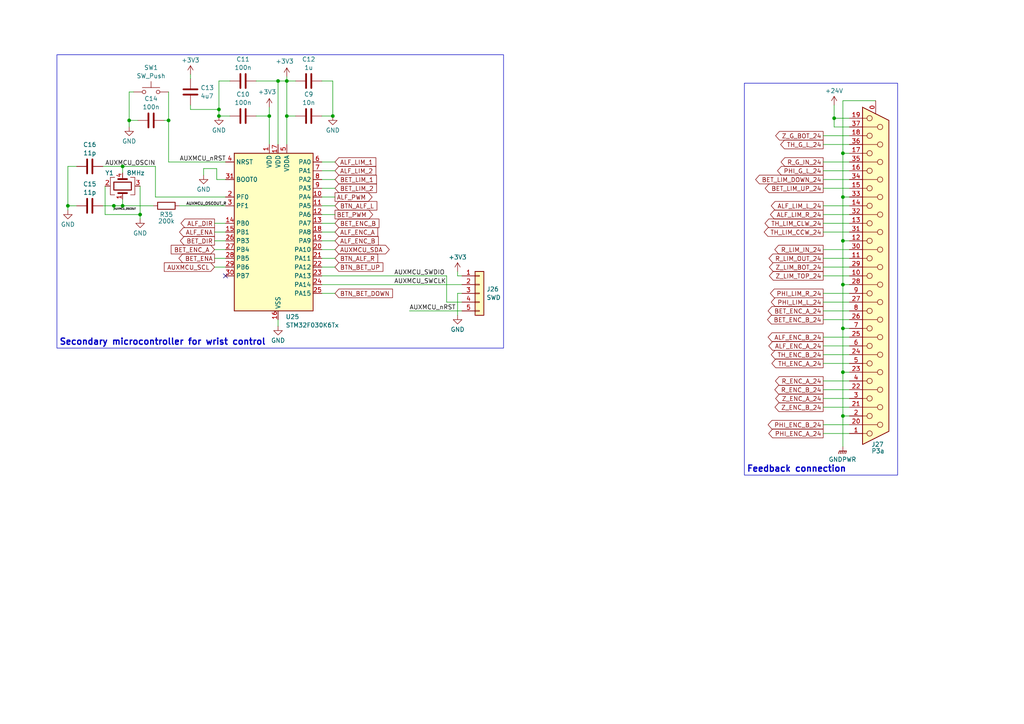
<source format=kicad_sch>
(kicad_sch (version 20230121) (generator eeschema)
  (paper "A4")
  (title_block (title "Karcsi (INDACT Robot Arm) - Secondary MCU & ext. connectors") (date "2023-10-07") (rev "1.1") (company "LEGO Kör (legokor.hu)") (comment 1 "Design by Andi Serban & Máté Kovács"))
  (lib_symbols
    (symbol "Connector:DC37_Receptacle_MountingHoles" (pin_names (offset 1.016) hide)
      (property "Reference" "J" (at 0 52.07 0))
      (property "Value" "DC37_Receptacle_MountingHoles" (at 0 50.165 0))
      (symbol "DC37_Receptacle_MountingHoles_0_1"
        (circle (center -1.778 -45.72) (radius 0.762))
        (circle (center -1.778 -40.64) (radius 0.762))
        (circle (center -1.778 -35.56) (radius 0.762))
        (circle (center -1.778 -30.48) (radius 0.762))
        (circle (center -1.778 -25.4) (radius 0.762))
        (circle (center -1.778 -20.32) (radius 0.762))
        (circle (center -1.778 -15.24) (radius 0.762))
        (circle (center -1.778 -10.16) (radius 0.762))
        (circle (center -1.778 -5.08) (radius 0.762))
        (circle (center -1.778 0) (radius 0.762))
        (circle (center -1.778 5.08) (radius 0.762))
        (circle (center -1.778 10.16) (radius 0.762))
        (circle (center -1.778 15.24) (radius 0.762))
        (circle (center -1.778 20.32) (radius 0.762))
        (circle (center -1.778 25.4) (radius 0.762))
        (circle (center -1.778 30.48) (radius 0.762))
        (circle (center -1.778 35.56) (radius 0.762))
        (circle (center -1.778 40.64) (radius 0.762))
        (circle (center -1.778 45.72) (radius 0.762))
        (polyline (pts (xy -3.81 -45.72) (xy -2.54 -45.72)))
        (polyline (pts (xy -3.81 -43.18) (xy 0.508 -43.18)))
        (polyline (pts (xy -3.81 -40.64) (xy -2.54 -40.64)))
        (polyline (pts (xy -3.81 -38.1) (xy 0.508 -38.1)))
        (polyline (pts (xy -3.81 -35.56) (xy -2.54 -35.56)))
        (polyline (pts (xy -3.81 -33.02) (xy 0.508 -33.02)))
        (polyline (pts (xy -3.81 -30.48) (xy -2.54 -30.48)))
        (polyline (pts (xy -3.81 -27.94) (xy 0.508 -27.94)))
        (polyline (pts (xy -3.81 -25.4) (xy -2.54 -25.4)))
        (polyline (pts (xy -3.81 -22.86) (xy 0.508 -22.86)))
        (polyline (pts (xy -3.81 -20.32) (xy -2.54 -20.32)))
        (polyline (pts (xy -3.81 -17.78) (xy 0.508 -17.78)))
        (polyline (pts (xy -3.81 -15.24) (xy -2.54 -15.24)))
        (polyline (pts (xy -3.81 -12.7) (xy 0.508 -12.7)))
        (polyline (pts (xy -3.81 -10.16) (xy -2.54 -10.16)))
        (polyline (pts (xy -3.81 -7.62) (xy 0.508 -7.62)))
        (polyline (pts (xy -3.81 -5.08) (xy -2.54 -5.08)))
        (polyline (pts (xy -3.81 -2.54) (xy 0.508 -2.54)))
        (polyline (pts (xy -3.81 0) (xy -2.54 0)))
        (polyline (pts (xy -3.81 2.54) (xy 0.508 2.54)))
        (polyline (pts (xy -3.81 5.08) (xy -2.54 5.08)))
        (polyline (pts (xy -3.81 7.62) (xy 0.508 7.62)))
        (polyline (pts (xy -3.81 10.16) (xy -2.54 10.16)))
        (polyline (pts (xy -3.81 12.7) (xy 0.508 12.7)))
        (polyline (pts (xy -3.81 15.24) (xy -2.54 15.24)))
        (polyline (pts (xy -3.81 17.78) (xy 0.508 17.78)))
        (polyline (pts (xy -3.81 20.32) (xy -2.54 20.32)))
        (polyline (pts (xy -3.81 22.86) (xy 0.508 22.86)))
        (polyline (pts (xy -3.81 25.4) (xy -2.54 25.4)))
        (polyline (pts (xy -3.81 27.94) (xy 0.508 27.94)))
        (polyline (pts (xy -3.81 30.48) (xy -2.54 30.48)))
        (polyline (pts (xy -3.81 33.02) (xy 0.508 33.02)))
        (polyline (pts (xy -3.81 35.56) (xy -2.54 35.56)))
        (polyline (pts (xy -3.81 38.1) (xy 0.508 38.1)))
        (polyline (pts (xy -3.81 40.64) (xy -2.54 40.64)))
        (polyline (pts (xy -3.81 43.18) (xy 0.508 43.18)))
        (polyline (pts (xy -3.81 45.72) (xy -2.54 45.72)))
        (polyline (pts (xy -3.81 -48.895) (xy 3.81 -45.085) (xy 3.81 45.085) (xy -3.81 48.895) (xy -3.81 -48.895)) (stroke (width 0.254)) (fill (type background)))
        (circle (center 1.27 -43.18) (radius 0.762))
        (circle (center 1.27 -38.1) (radius 0.762))
        (circle (center 1.27 -33.02) (radius 0.762))
        (circle (center 1.27 -27.94) (radius 0.762))
        (circle (center 1.27 -22.86) (radius 0.762))
        (circle (center 1.27 -17.78) (radius 0.762))
        (circle (center 1.27 -12.7) (radius 0.762))
        (circle (center 1.27 -7.62) (radius 0.762))
        (circle (center 1.27 -2.54) (radius 0.762))
        (circle (center 1.27 2.54) (radius 0.762))
        (circle (center 1.27 7.62) (radius 0.762))
        (circle (center 1.27 12.7) (radius 0.762))
        (circle (center 1.27 17.78) (radius 0.762))
        (circle (center 1.27 22.86) (radius 0.762))
        (circle (center 1.27 27.94) (radius 0.762))
        (circle (center 1.27 33.02) (radius 0.762))
        (circle (center 1.27 38.1) (radius 0.762))
        (circle (center 1.27 43.18) (radius 0.762))
      )
      (symbol "DC37_Receptacle_MountingHoles_1_1"
        (pin passive line (at 0 -50.8 90) (length 3.81) (name "PAD") (number "0"))
        (pin passive line (at -7.62 45.72 0) (length 3.81) (name "1") (number "1"))
        (pin passive line (at -7.62 0 0) (length 3.81) (name "10") (number "10"))
        (pin passive line (at -7.62 -5.08 0) (length 3.81) (name "11") (number "11"))
        (pin passive line (at -7.62 -10.16 0) (length 3.81) (name "12") (number "12"))
        (pin passive line (at -7.62 -15.24 0) (length 3.81) (name "13") (number "13"))
        (pin passive line (at -7.62 -20.32 0) (length 3.81) (name "14") (number "14"))
        (pin passive line (at -7.62 -25.4 0) (length 3.81) (name "15") (number "15"))
        (pin passive line (at -7.62 -30.48 0) (length 3.81) (name "16") (number "16"))
        (pin passive line (at -7.62 -35.56 0) (length 3.81) (name "17") (number "17"))
        (pin passive line (at -7.62 -40.64 0) (length 3.81) (name "18") (number "18"))
        (pin passive line (at -7.62 -45.72 0) (length 3.81) (name "19") (number "19"))
        (pin passive line (at -7.62 40.64 0) (length 3.81) (name "2") (number "2"))
        (pin passive line (at -7.62 43.18 0) (length 3.81) (name "20") (number "20"))
        (pin passive line (at -7.62 38.1 0) (length 3.81) (name "21") (number "21"))
        (pin passive line (at -7.62 33.02 0) (length 3.81) (name "22") (number "22"))
        (pin passive line (at -7.62 27.94 0) (length 3.81) (name "23") (number "23"))
        (pin passive line (at -7.62 22.86 0) (length 3.81) (name "24") (number "24"))
        (pin passive line (at -7.62 17.78 0) (length 3.81) (name "25") (number "25"))
        (pin passive line (at -7.62 12.7 0) (length 3.81) (name "26") (number "26"))
        (pin passive line (at -7.62 7.62 0) (length 3.81) (name "27") (number "27"))
        (pin passive line (at -7.62 2.54 0) (length 3.81) (name "28") (number "28"))
        (pin passive line (at -7.62 -2.54 0) (length 3.81) (name "29") (number "29"))
        (pin passive line (at -7.62 35.56 0) (length 3.81) (name "3") (number "3"))
        (pin passive line (at -7.62 -7.62 0) (length 3.81) (name "30") (number "30"))
        (pin passive line (at -7.62 -12.7 0) (length 3.81) (name "31") (number "31"))
        (pin passive line (at -7.62 -17.78 0) (length 3.81) (name "32") (number "32"))
        (pin passive line (at -7.62 -22.86 0) (length 3.81) (name "33") (number "33"))
        (pin passive line (at -7.62 -27.94 0) (length 3.81) (name "34") (number "34"))
        (pin passive line (at -7.62 -33.02 0) (length 3.81) (name "35") (number "35"))
        (pin passive line (at -7.62 -38.1 0) (length 3.81) (name "36") (number "36"))
        (pin passive line (at -7.62 -43.18 0) (length 3.81) (name "37") (number "37"))
        (pin passive line (at -7.62 30.48 0) (length 3.81) (name "4") (number "4"))
        (pin passive line (at -7.62 25.4 0) (length 3.81) (name "5") (number "5"))
        (pin passive line (at -7.62 20.32 0) (length 3.81) (name "6") (number "6"))
        (pin passive line (at -7.62 15.24 0) (length 3.81) (name "7") (number "7"))
        (pin passive line (at -7.62 10.16 0) (length 3.81) (name "8") (number "8"))
        (pin passive line (at -7.62 5.08 0) (length 3.81) (name "9") (number "9"))
      )
    )
    (symbol "Connector_Generic:Conn_01x05" (pin_names (offset 1.016) hide)
      (property "Reference" "J" (at 0 7.62 0))
      (property "Value" "Conn_01x05" (at 0 -7.62 0))
      (symbol "Conn_01x05_1_1"
        (rectangle (start -1.27 -4.953) (end 0 -5.207) (stroke (width 0.1524)))
        (rectangle (start -1.27 -2.413) (end 0 -2.667) (stroke (width 0.1524)))
        (rectangle (start -1.27 0.127) (end 0 -0.127) (stroke (width 0.1524)))
        (rectangle (start -1.27 2.667) (end 0 2.413) (stroke (width 0.1524)))
        (rectangle (start -1.27 5.207) (end 0 4.953) (stroke (width 0.1524)))
        (rectangle (start -1.27 6.35) (end 1.27 -6.35) (stroke (width 0.254)) (fill (type background)))
        (pin passive line (at -5.08 5.08 0) (length 3.81) (name "Pin_1") (number "1"))
        (pin passive line (at -5.08 2.54 0) (length 3.81) (name "Pin_2") (number "2"))
        (pin passive line (at -5.08 0 0) (length 3.81) (name "Pin_3") (number "3"))
        (pin passive line (at -5.08 -2.54 0) (length 3.81) (name "Pin_4") (number "4"))
        (pin passive line (at -5.08 -5.08 0) (length 3.81) (name "Pin_5") (number "5"))
      )
    )
    (symbol "Device:C" (pin_numbers hide) (pin_names (offset 0.254))
      (property "Reference" "C" (at 0.635 2.54 0))
      (property "Value" "C" (at 0.635 -2.54 0))
      (symbol "C_0_1"
        (polyline (pts (xy -2.032 -0.762) (xy 2.032 -0.762)) (stroke (width 0.508)))
        (polyline (pts (xy -2.032 0.762) (xy 2.032 0.762)) (stroke (width 0.508)))
      )
      (symbol "C_1_1"
        (pin passive line (at 0 3.81 270) (length 2.794) (name "~") (number "1"))
        (pin passive line (at 0 -3.81 90) (length 2.794) (name "~") (number "2"))
      )
    )
    (symbol "Device:Crystal_GND23" (pin_names (offset 1.016) hide)
      (property "Reference" "Y" (at 3.175 5.08 0))
      (property "Value" "Crystal_GND23" (at 3.175 3.175 0))
      (symbol "Crystal_GND23_0_1"
        (rectangle (start -1.143 2.54) (end 1.143 -2.54) (stroke (width 0.3048)))
        (polyline (pts (xy -2.54 0) (xy -2.032 0)))
        (polyline (pts (xy -2.032 -1.27) (xy -2.032 1.27)) (stroke (width 0.508)))
        (polyline (pts (xy 0 -3.81) (xy 0 -3.556)))
        (polyline (pts (xy 0 3.556) (xy 0 3.81)))
        (polyline (pts (xy 2.032 -1.27) (xy 2.032 1.27)) (stroke (width 0.508)))
        (polyline (pts (xy 2.032 0) (xy 2.54 0)))
        (polyline (pts (xy -2.54 -2.286) (xy -2.54 -3.556) (xy 2.54 -3.556) (xy 2.54 -2.286)))
        (polyline (pts (xy -2.54 2.286) (xy -2.54 3.556) (xy 2.54 3.556) (xy 2.54 2.286)))
      )
      (symbol "Crystal_GND23_1_1"
        (pin passive line (at -3.81 0 0) (length 1.27) (name "1") (number "1"))
        (pin passive line (at 0 5.08 270) (length 1.27) (name "2") (number "2"))
        (pin passive line (at 0 -5.08 90) (length 1.27) (name "3") (number "3"))
        (pin passive line (at 3.81 0 180) (length 1.27) (name "4") (number "4"))
      )
    )
    (symbol "Device:R" (pin_numbers hide) (pin_names (offset 0))
      (property "Reference" "R" (at 2.032 0 90))
      (property "Value" "R" (at 0 0 90))
      (symbol "R_0_1"
        (rectangle (start -1.016 -2.54) (end 1.016 2.54) (stroke (width 0.254)))
      )
      (symbol "R_1_1"
        (pin passive line (at 0 3.81 270) (length 1.27) (name "~") (number "1"))
        (pin passive line (at 0 -3.81 90) (length 1.27) (name "~") (number "2"))
      )
    )
    (symbol "MCU_ST_STM32F0:STM32F030K6Tx"
      (property "Reference" "U" (at -10.16 24.13 0))
      (property "Value" "STM32F030K6Tx" (at 7.62 24.13 0))
      (symbol "STM32F030K6Tx_0_1"
        (rectangle (start -10.16 -22.86) (end 12.7 22.86) (stroke (width 0.254)) (fill (type background)))
      )
      (symbol "STM32F030K6Tx_1_1"
        (pin power_in line (at 0 25.4 270) (length 2.54) (name "VDD") (number "1"))
        (pin bidirectional line (at 15.24 10.16 180) (length 2.54) (name "PA4") (number "10"))
        (pin bidirectional line (at 15.24 7.62 180) (length 2.54) (name "PA5") (number "11"))
        (pin bidirectional line (at 15.24 5.08 180) (length 2.54) (name "PA6") (number "12"))
        (pin bidirectional line (at 15.24 2.54 180) (length 2.54) (name "PA7") (number "13"))
        (pin bidirectional line (at -12.7 2.54 0) (length 2.54) (name "PB0") (number "14"))
        (pin bidirectional line (at -12.7 0 0) (length 2.54) (name "PB1") (number "15"))
        (pin power_in line (at 2.54 -25.4 90) (length 2.54) (name "VSS") (number "16"))
        (pin power_in line (at 2.54 25.4 270) (length 2.54) (name "VDD") (number "17"))
        (pin bidirectional line (at 15.24 0 180) (length 2.54) (name "PA8") (number "18"))
        (pin bidirectional line (at 15.24 -2.54 180) (length 2.54) (name "PA9") (number "19"))
        (pin bidirectional line (at -12.7 10.16 0) (length 2.54) (name "PF0") (number "2"))
        (pin bidirectional line (at 15.24 -5.08 180) (length 2.54) (name "PA10") (number "20"))
        (pin bidirectional line (at 15.24 -7.62 180) (length 2.54) (name "PA11") (number "21"))
        (pin bidirectional line (at 15.24 -10.16 180) (length 2.54) (name "PA12") (number "22"))
        (pin bidirectional line (at 15.24 -12.7 180) (length 2.54) (name "PA13") (number "23"))
        (pin bidirectional line (at 15.24 -15.24 180) (length 2.54) (name "PA14") (number "24"))
        (pin bidirectional line (at 15.24 -17.78 180) (length 2.54) (name "PA15") (number "25"))
        (pin bidirectional line (at -12.7 -2.54 0) (length 2.54) (name "PB3") (number "26"))
        (pin bidirectional line (at -12.7 -5.08 0) (length 2.54) (name "PB4") (number "27"))
        (pin bidirectional line (at -12.7 -7.62 0) (length 2.54) (name "PB5") (number "28"))
        (pin bidirectional line (at -12.7 -10.16 0) (length 2.54) (name "PB6") (number "29"))
        (pin bidirectional line (at -12.7 7.62 0) (length 2.54) (name "PF1") (number "3"))
        (pin bidirectional line (at -12.7 -12.7 0) (length 2.54) (name "PB7") (number "30"))
        (pin input line (at -12.7 15.24 0) (length 2.54) (name "BOOT0") (number "31"))
        (pin passive line (at 2.54 -25.4 90) (length 2.54) hide (name "VSS") (number "32"))
        (pin input line (at -12.7 20.32 0) (length 2.54) (name "NRST") (number "4"))
        (pin power_in line (at 5.08 25.4 270) (length 2.54) (name "VDDA") (number "5"))
        (pin bidirectional line (at 15.24 20.32 180) (length 2.54) (name "PA0") (number "6"))
        (pin bidirectional line (at 15.24 17.78 180) (length 2.54) (name "PA1") (number "7"))
        (pin bidirectional line (at 15.24 15.24 180) (length 2.54) (name "PA2") (number "8"))
        (pin bidirectional line (at 15.24 12.7 180) (length 2.54) (name "PA3") (number "9"))
      )
    )
    (symbol "PCM_4ms_Power-symbol:+3.3V" (power) (pin_names (offset 0))
      (property "Value" "+3.3V" (at 0 3.556 0))
      (symbol "+3.3V_0_1"
        (polyline (pts (xy -0.762 1.27) (xy 0 2.54)))
        (polyline (pts (xy 0 0) (xy 0 2.54)))
        (polyline (pts (xy 0 2.54) (xy 0.762 1.27)))
      )
      (symbol "+3.3V_1_1"
        (pin power_in line (at 0 0 90) (length 0) hide (name "+3V3") (number "1"))
      )
    )
    (symbol "PCM_4ms_Power-symbol:GND" (power) (pin_names (offset 0))
      (property "Value" "GND" (at 0 -3.81 0))
      (symbol "GND_0_1"
        (polyline (pts (xy 0 0) (xy 0 -1.27) (xy 1.27 -1.27) (xy 0 -2.54) (xy -1.27 -1.27) (xy 0 -1.27)))
      )
      (symbol "GND_1_1"
        (pin power_in line (at 0 0 270) (length 0) hide (name "GND") (number "1"))
      )
    )
    (symbol "Switch:SW_Push" (pin_numbers hide) (pin_names (offset 1.016) hide)
      (property "Reference" "SW" (at 1.27 2.54 0))
      (property "Value" "SW_Push" (at 0 -1.524 0))
      (symbol "SW_Push_0_1"
        (circle (center -2.032 0) (radius 0.508))
        (polyline (pts (xy 0 1.27) (xy 0 3.048)))
        (polyline (pts (xy 2.54 1.27) (xy -2.54 1.27)))
        (circle (center 2.032 0) (radius 0.508))
        (pin passive line (at -5.08 0 0) (length 2.54) (name "1") (number "1"))
        (pin passive line (at 5.08 0 180) (length 2.54) (name "2") (number "2"))
      )
    )
    (symbol "power:+24V" (power) (pin_names (offset 0))
      (property "Value" "+24V" (at 0 3.556 0))
      (symbol "+24V_0_1"
        (polyline (pts (xy -0.762 1.27) (xy 0 2.54)))
        (polyline (pts (xy 0 0) (xy 0 2.54)))
        (polyline (pts (xy 0 2.54) (xy 0.762 1.27)))
      )
      (symbol "+24V_1_1"
        (pin power_in line (at 0 0 90) (length 0) hide (name "+24V") (number "1"))
      )
    )
    (symbol "power:GNDPWR" (power) (pin_names (offset 0))
      (property "Value" "GNDPWR" (at 0 -3.302 0))
      (symbol "GNDPWR_0_1"
        (polyline (pts (xy 0 -1.27) (xy 0 0)))
        (polyline (pts (xy -1.016 -1.27) (xy -1.27 -2.032) (xy -1.27 -2.032)) (stroke (width 0.2032)))
        (polyline (pts (xy -0.508 -1.27) (xy -0.762 -2.032) (xy -0.762 -2.032)) (stroke (width 0.2032)))
        (polyline (pts (xy 0 -1.27) (xy -0.254 -2.032) (xy -0.254 -2.032)) (stroke (width 0.2032)))
        (polyline (pts (xy 0.508 -1.27) (xy 0.254 -2.032) (xy 0.254 -2.032)) (stroke (width 0.2032)))
        (polyline (pts (xy 1.016 -1.27) (xy -1.016 -1.27) (xy -1.016 -1.27)) (stroke (width 0.2032)))
        (polyline (pts (xy 1.016 -1.27) (xy 0.762 -2.032) (xy 0.762 -2.032) (xy 0.762 -2.032)) (stroke (width 0.2032)))
      )
      (symbol "GNDPWR_1_1"
        (pin power_in line (at 0 0 270) (length 0) hide (name "GNDPWR") (number "1"))
      )
    )
  )
  (junction (at 35.56 59.69))
  (junction (at 244.475 107.95))
  (junction (at 63.5 31.75))
  (junction (at 37.465 34.925))
  (junction (at 19.685 59.69))
  (junction (at 244.475 69.85))
  (junction (at 244.475 95.25))
  (junction (at 244.475 44.45))
  (junction (at 244.475 120.65))
  (junction (at 241.935 34.29))
  (junction (at 80.645 23.495))
  (junction (at 83.185 33.655))
  (junction (at 78.105 33.655))
  (junction (at 40.64 62.23))
  (junction (at 63.5 33.655))
  (junction (at 244.475 57.15))
  (junction (at 244.475 82.55))
  (junction (at 48.895 34.925))
  (junction (at 35.56 48.26))
  (junction (at 83.185 23.495))
  (junction (at 96.52 33.655))
  (junction (at 33.02 59.69))
  (no_connect (at 65.405 80.01))
  (wire (pts (xy 83.185 33.655) (xy 83.185 41.91)))
  (wire (pts (xy 93.345 67.31) (xy 97.155 67.31)))
  (wire (pts (xy 35.56 59.69) (xy 44.45 59.69)))
  (wire (pts (xy 93.345 46.99) (xy 97.155 46.99)))
  (wire (pts (xy 33.02 60.96) (xy 33.02 59.69)))
  (wire (pts (xy 48.895 34.925) (xy 48.895 46.99)))
  (wire (pts (xy 45.085 48.26) (xy 45.085 57.15)))
  (wire (pts (xy 78.105 31.115) (xy 78.105 33.655)))
  (wire (pts (xy 238.76 92.71) (xy 246.38 92.71)))
  (wire (pts (xy 19.685 59.69) (xy 22.225 59.69)))
  (wire (pts (xy 238.76 110.49) (xy 246.38 110.49)))
  (wire (pts (xy 30.48 62.23) (xy 40.64 62.23)))
  (wire (pts (xy 63.5 23.495) (xy 63.5 31.75)))
  (wire (pts (xy 238.76 80.01) (xy 246.38 80.01)))
  (wire (pts (xy 37.465 34.925) (xy 40.005 34.925)))
  (wire (pts (xy 93.345 57.15) (xy 97.155 57.15)))
  (wire (pts (xy 47.625 34.925) (xy 48.895 34.925)))
  (wire (pts (xy 83.185 23.495) (xy 83.185 33.655)))
  (wire (pts (xy 93.345 64.77) (xy 97.155 64.77)))
  (wire (pts (xy 63.5 31.75) (xy 63.5 33.655)))
  (wire (pts (xy 74.295 33.655) (xy 78.105 33.655)))
  (wire (pts (xy 40.64 53.975) (xy 40.64 62.23)))
  (wire (pts (xy 62.23 69.85) (xy 65.405 69.85)))
  (wire (pts (xy 238.76 113.03) (xy 246.38 113.03)))
  (wire (pts (xy 83.185 23.495) (xy 80.645 23.495)))
  (wire (pts (xy 244.475 95.25) (xy 246.38 95.25)))
  (wire (pts (xy 246.38 82.55) (xy 244.475 82.55)))
  (wire (pts (xy 33.02 59.69) (xy 29.845 59.69)))
  (wire (pts (xy 244.475 57.15) (xy 246.38 57.15)))
  (wire (pts (xy 238.76 100.33) (xy 246.38 100.33)))
  (wire (pts (xy 83.185 22.225) (xy 83.185 23.495)))
  (wire (pts (xy 238.76 123.19) (xy 246.38 123.19)))
  (wire (pts (xy 244.475 107.95) (xy 246.38 107.95)))
  (wire (pts (xy 93.345 49.53) (xy 97.155 49.53)))
  (wire (pts (xy 246.38 36.83) (xy 241.935 36.83)))
  (wire (pts (xy 244.475 44.45) (xy 244.475 57.15)))
  (wire (pts (xy 35.56 59.69) (xy 33.02 59.69)))
  (wire (pts (xy 93.345 82.55) (xy 133.985 82.55)))
  (wire (pts (xy 35.56 57.785) (xy 35.56 59.69)))
  (wire (pts (xy 246.38 34.29) (xy 241.935 34.29)))
  (wire (pts (xy 244.475 44.45) (xy 246.38 44.45)))
  (wire (pts (xy 93.345 77.47) (xy 97.155 77.47)))
  (wire (pts (xy 238.76 41.91) (xy 246.38 41.91)))
  (wire (pts (xy 238.76 49.53) (xy 246.38 49.53)))
  (wire (pts (xy 238.76 90.17) (xy 246.38 90.17)))
  (wire (pts (xy 74.295 23.495) (xy 80.645 23.495)))
  (wire (pts (xy 65.405 52.07) (xy 62.865 52.07)))
  (wire (pts (xy 129.54 80.01) (xy 129.54 87.63)))
  (wire (pts (xy 238.76 39.37) (xy 246.38 39.37)))
  (wire (pts (xy 238.76 64.77) (xy 246.38 64.77)))
  (wire (pts (xy 78.105 33.655) (xy 78.105 41.91)))
  (wire (pts (xy 62.23 64.77) (xy 65.405 64.77)))
  (wire (pts (xy 133.985 80.01) (xy 132.715 80.01)))
  (wire (pts (xy 244.475 82.55) (xy 244.475 95.25)))
  (wire (pts (xy 66.675 23.495) (xy 63.5 23.495)))
  (wire (pts (xy 93.345 59.69) (xy 97.155 59.69)))
  (wire (pts (xy 30.48 53.975) (xy 30.48 62.23)))
  (wire (pts (xy 55.245 30.48) (xy 55.245 31.75)))
  (wire (pts (xy 63.5 33.655) (xy 66.675 33.655)))
  (wire (pts (xy 62.23 72.39) (xy 65.405 72.39)))
  (wire (pts (xy 37.465 34.925) (xy 37.465 26.67)))
  (wire (pts (xy 238.76 125.73) (xy 246.38 125.73)))
  (wire (pts (xy 244.475 69.85) (xy 246.38 69.85)))
  (wire (pts (xy 96.52 23.495) (xy 96.52 33.655)))
  (wire (pts (xy 238.76 115.57) (xy 246.38 115.57)))
  (wire (pts (xy 83.185 23.495) (xy 85.725 23.495)))
  (wire (pts (xy 62.865 52.07) (xy 62.865 48.895)))
  (wire (pts (xy 238.76 85.09) (xy 246.38 85.09)))
  (wire (pts (xy 244.475 107.95) (xy 244.475 120.65)))
  (wire (pts (xy 238.76 74.93) (xy 246.38 74.93)))
  (wire (pts (xy 254 29.21) (xy 244.475 29.21)))
  (wire (pts (xy 29.845 48.26) (xy 35.56 48.26)))
  (wire (pts (xy 55.245 21.59) (xy 55.245 22.86)))
  (wire (pts (xy 93.345 85.09) (xy 97.155 85.09)))
  (wire (pts (xy 52.07 59.69) (xy 65.405 59.69)))
  (wire (pts (xy 83.185 33.655) (xy 85.725 33.655)))
  (wire (pts (xy 133.985 85.09) (xy 132.715 85.09)))
  (wire (pts (xy 93.345 80.01) (xy 129.54 80.01)))
  (wire (pts (xy 40.64 62.23) (xy 40.64 63.5)))
  (wire (pts (xy 238.76 46.99) (xy 246.38 46.99)))
  (wire (pts (xy 238.76 118.11) (xy 246.38 118.11)))
  (wire (pts (xy 62.23 74.93) (xy 65.405 74.93)))
  (wire (pts (xy 118.745 90.17) (xy 133.985 90.17)))
  (wire (pts (xy 55.245 31.75) (xy 63.5 31.75)))
  (wire (pts (xy 238.76 59.69) (xy 246.38 59.69)))
  (wire (pts (xy 238.76 105.41) (xy 246.38 105.41)))
  (wire (pts (xy 93.345 52.07) (xy 97.155 52.07)))
  (wire (pts (xy 244.475 95.25) (xy 244.475 107.95)))
  (wire (pts (xy 80.645 23.495) (xy 80.645 41.91)))
  (wire (pts (xy 132.715 85.09) (xy 132.715 91.44)))
  (wire (pts (xy 238.76 54.61) (xy 246.38 54.61)))
  (wire (pts (xy 238.76 87.63) (xy 246.38 87.63)))
  (wire (pts (xy 93.345 62.23) (xy 97.155 62.23)))
  (wire (pts (xy 35.56 48.26) (xy 35.56 50.165)))
  (wire (pts (xy 93.345 33.655) (xy 96.52 33.655)))
  (wire (pts (xy 35.56 48.26) (xy 45.085 48.26)))
  (wire (pts (xy 132.715 78.74) (xy 132.715 80.01)))
  (wire (pts (xy 48.895 26.67) (xy 48.895 34.925)))
  (wire (pts (xy 45.085 57.15) (xy 65.405 57.15)))
  (wire (pts (xy 59.055 48.895) (xy 59.055 50.8)))
  (wire (pts (xy 19.685 48.26) (xy 19.685 59.69)))
  (wire (pts (xy 238.76 97.79) (xy 246.38 97.79)))
  (wire (pts (xy 22.225 48.26) (xy 19.685 48.26)))
  (wire (pts (xy 93.345 72.39) (xy 97.155 72.39)))
  (wire (pts (xy 241.935 30.48) (xy 241.935 34.29)))
  (wire (pts (xy 93.345 74.93) (xy 97.155 74.93)))
  (wire (pts (xy 93.345 54.61) (xy 97.155 54.61)))
  (wire (pts (xy 62.865 48.895) (xy 59.055 48.895)))
  (wire (pts (xy 244.475 29.21) (xy 244.475 44.45)))
  (wire (pts (xy 80.645 92.71) (xy 80.645 94.615)))
  (wire (pts (xy 238.76 102.87) (xy 246.38 102.87)))
  (wire (pts (xy 37.465 26.67) (xy 38.735 26.67)))
  (wire (pts (xy 238.76 72.39) (xy 246.38 72.39)))
  (wire (pts (xy 244.475 120.65) (xy 244.475 129.54)))
  (wire (pts (xy 244.475 69.85) (xy 244.475 82.55)))
  (wire (pts (xy 244.475 120.65) (xy 246.38 120.65)))
  (wire (pts (xy 129.54 87.63) (xy 133.985 87.63)))
  (wire (pts (xy 238.76 52.07) (xy 246.38 52.07)))
  (wire (pts (xy 62.23 67.31) (xy 65.405 67.31)))
  (wire (pts (xy 238.76 67.31) (xy 246.38 67.31)))
  (wire (pts (xy 62.23 77.47) (xy 65.405 77.47)))
  (wire (pts (xy 244.475 57.15) (xy 244.475 69.85)))
  (wire (pts (xy 93.345 69.85) (xy 97.155 69.85)))
  (wire (pts (xy 93.345 23.495) (xy 96.52 23.495)))
  (wire (pts (xy 48.895 46.99) (xy 65.405 46.99)))
  (wire (pts (xy 238.76 62.23) (xy 246.38 62.23)))
  (wire (pts (xy 238.76 77.47) (xy 246.38 77.47)))
  (wire (pts (xy 241.935 34.29) (xy 241.935 36.83)))
  (wire (pts (xy 37.465 36.83) (xy 37.465 34.925)))
  (wire (pts (xy 19.685 59.69) (xy 19.685 60.96)))
  (rectangle (start 16.51 15.875) (end 146.05 100.965))
  (rectangle (start 215.9 24.13) (end 260.35 137.795))
  (text "Secondary microcontroller for wrist control" (at 17.145 100.33 0) (effects (font (size 1.8 1.8) (thickness 0.36) bold) (justify left bottom)))
  (text "Feedback connection" (at 216.535 137.16 0) (effects (font (size 1.8 1.8) (thickness 0.36) bold) (justify left bottom)))
  (label "AUXMCU_OSCOUT" (at 33.02 60.96 0) (effects (font (size 0.5 0.5))))
  (label "AUXMCU_OSCIN" (at 30.48 48.26 0))
  (label "AUXMCU_SWCLK" (at 114.3 82.55 0))
  (label "AUXMCU_SWDIO" (at 114.3 80.01 0))
  (label "AUXMCU_OSCOUT_R" (at 53.975 59.69 0) (effects (font (size 0.8 0.8))))
  (label "AUXMCU_nRST" (at 118.745 90.17 0))
  (label "AUXMCU_nRST" (at 52.07 46.99 0))
  (global_label "PHI_LIM_L_24" (shape output) (at 238.76 87.63 180) (property "Intersheetrefs" "${INTERSHEET_REFS}" (at 223.1353 87.63 0) (effects (justify right))))
  (global_label "BTN_ALF_L" (shape input) (at 97.155 59.69 0) (property "Intersheetrefs" "${INTERSHEET_REFS}" (at 109.1294 59.69 0) (effects (justify left))))
  (global_label "Z_LIM_TOP_24" (shape output) (at 238.76 80.01 180) (property "Intersheetrefs" "${INTERSHEET_REFS}" (at 222.5911 80.01 0) (effects (justify right))))
  (global_label "Z_G_BOT_24" (shape output) (at 238.76 39.37 180) (property "Intersheetrefs" "${INTERSHEET_REFS}" (at 224.4054 39.37 0) (effects (justify right))))
  (global_label "ALF_LIM_2" (shape input) (at 97.155 49.53 0) (property "Intersheetrefs" "${INTERSHEET_REFS}" (at 109.5745 49.53 0) (effects (justify left))))
  (global_label "BET_ENC_A_24" (shape output) (at 238.76 90.17 180) (property "Intersheetrefs" "${INTERSHEET_REFS}" (at 222.2283 90.17 0) (effects (justify right))))
  (global_label "BTN_BET_DOWN" (shape input) (at 97.155 85.09 0) (property "Intersheetrefs" "${INTERSHEET_REFS}" (at 113.665 85.09 0) (effects (justify left))))
  (global_label "AUXMCU_SCL" (shape input) (at 62.23 77.47 180) (property "Intersheetrefs" "${INTERSHEET_REFS}" (at 48.26 77.47 0) (effects (justify right))))
  (global_label "TH_LIM_CCW_24" (shape output) (at 238.76 67.31 180) (property "Intersheetrefs" "${INTERSHEET_REFS}" (at 221.0792 67.31 0) (effects (justify right))))
  (global_label "BTN_ALF_R" (shape input) (at 97.155 74.93 0) (property "Intersheetrefs" "${INTERSHEET_REFS}" (at 109.3713 74.93 0) (effects (justify left))))
  (global_label "BET_LIM_UP_24" (shape output) (at 238.76 54.61 180) (property "Intersheetrefs" "${INTERSHEET_REFS}" (at 221.3816 54.61 0) (effects (justify right))))
  (global_label "BET_ENC_A" (shape input) (at 62.23 72.39 180) (property "Intersheetrefs" "${INTERSHEET_REFS}" (at 49.0849 72.39 0) (effects (justify right))))
  (global_label "BET_ENA" (shape output) (at 62.23 74.93 180) (property "Intersheetrefs" "${INTERSHEET_REFS}" (at 52.07 74.93 0) (effects (justify right))))
  (global_label "ALF_LIM_L_24" (shape output) (at 238.76 59.69 180) (property "Intersheetrefs" "${INTERSHEET_REFS}" (at 223.1353 59.69 0) (effects (justify right))))
  (global_label "PHI_ENC_A_24" (shape output) (at 238.76 125.73 180) (property "Intersheetrefs" "${INTERSHEET_REFS}" (at 222.4096 125.73 0) (effects (justify right))))
  (global_label "TH_ENC_B_24" (shape output) (at 238.76 102.87 180) (property "Intersheetrefs" "${INTERSHEET_REFS}" (at 223.1354 102.87 0) (effects (justify right))))
  (global_label "ALF_LIM_R_24" (shape output) (at 238.76 62.23 180) (property "Intersheetrefs" "${INTERSHEET_REFS}" (at 222.8934 62.23 0) (effects (justify right))))
  (global_label "ALF_DIR" (shape output) (at 62.23 64.77 180) (property "Intersheetrefs" "${INTERSHEET_REFS}" (at 52.6746 64.77 0) (effects (justify right))))
  (global_label "R_LIM_OUT_24" (shape output) (at 238.76 74.93 180) (property "Intersheetrefs" "${INTERSHEET_REFS}" (at 222.4701 74.93 0) (effects (justify right))))
  (global_label "ALF_PWM" (shape output) (at 97.155 57.15 0) (property "Intersheetrefs" "${INTERSHEET_REFS}" (at 107.7384 57.15 0) (effects (justify left))))
  (global_label "ALF_ENC_B" (shape input) (at 97.155 69.85 0) (property "Intersheetrefs" "${INTERSHEET_REFS}" (at 110.3002 69.85 0) (effects (justify left))))
  (global_label "PHI_LIM_R_24" (shape output) (at 238.76 85.09 180) (property "Intersheetrefs" "${INTERSHEET_REFS}" (at 222.8934 85.09 0) (effects (justify right))))
  (global_label "ALF_ENC_B_24" (shape output) (at 238.76 97.79 180) (property "Intersheetrefs" "${INTERSHEET_REFS}" (at 222.2282 97.79 0) (effects (justify right))))
  (global_label "BET_DIR" (shape output) (at 62.23 69.85 180) (property "Intersheetrefs" "${INTERSHEET_REFS}" (at 52.4933 69.85 0) (effects (justify right))))
  (global_label "TH_G_L_24" (shape output) (at 238.76 41.91 180) (property "Intersheetrefs" "${INTERSHEET_REFS}" (at 225.8568 41.91 0) (effects (justify right))))
  (global_label "AUXMCU_SDA" (shape bidirectional) (at 97.155 72.39 0) (property "Intersheetrefs" "${INTERSHEET_REFS}" (at 112.7202 72.39 0) (effects (justify left))))
  (global_label "R_G_IN_24" (shape output) (at 238.76 46.99 180) (property "Intersheetrefs" "${INTERSHEET_REFS}" (at 225.9777 46.99 0) (effects (justify right))))
  (global_label "ALF_ENC_A_24" (shape output) (at 238.76 100.33 180) (property "Intersheetrefs" "${INTERSHEET_REFS}" (at 222.4096 100.33 0) (effects (justify right))))
  (global_label "TH_ENC_A_24" (shape output) (at 238.76 105.41 180) (property "Intersheetrefs" "${INTERSHEET_REFS}" (at 223.3168 105.41 0) (effects (justify right))))
  (global_label "R_ENC_B_24" (shape output) (at 238.76 113.03 180) (property "Intersheetrefs" "${INTERSHEET_REFS}" (at 224.1635 113.03 0) (effects (justify right))))
  (global_label "PHI_G_L_24" (shape output) (at 238.76 49.53 180) (property "Intersheetrefs" "${INTERSHEET_REFS}" (at 224.9496 49.53 0) (effects (justify right))))
  (global_label "BET_LIM_1" (shape input) (at 97.155 52.07 0) (property "Intersheetrefs" "${INTERSHEET_REFS}" (at 109.7558 52.07 0) (effects (justify left))))
  (global_label "R_ENC_A_24" (shape output) (at 238.76 110.49 180) (property "Intersheetrefs" "${INTERSHEET_REFS}" (at 224.3449 110.49 0) (effects (justify right))))
  (global_label "BET_PWM" (shape output) (at 97.155 62.23 0) (property "Intersheetrefs" "${INTERSHEET_REFS}" (at 107.9197 62.23 0) (effects (justify left))))
  (global_label "BTN_BET_UP" (shape input) (at 97.155 77.47 0) (property "Intersheetrefs" "${INTERSHEET_REFS}" (at 110.8831 77.47 0) (effects (justify left))))
  (global_label "BET_ENC_B" (shape input) (at 97.155 64.77 0) (property "Intersheetrefs" "${INTERSHEET_REFS}" (at 110.4815 64.77 0) (effects (justify left))))
  (global_label "Z_ENC_A_24" (shape output) (at 238.76 115.57 180) (property "Intersheetrefs" "${INTERSHEET_REFS}" (at 224.4054 115.57 0) (effects (justify right))))
  (global_label "ALF_ENC_A" (shape input) (at 97.155 67.31 0) (property "Intersheetrefs" "${INTERSHEET_REFS}" (at 110.1188 67.31 0) (effects (justify left))))
  (global_label "R_LIM_IN_24" (shape output) (at 238.76 72.39 180) (property "Intersheetrefs" "${INTERSHEET_REFS}" (at 224.1634 72.39 0) (effects (justify right))))
  (global_label "ALF_LIM_1" (shape input) (at 97.155 46.99 0) (property "Intersheetrefs" "${INTERSHEET_REFS}" (at 109.5745 46.99 0) (effects (justify left))))
  (global_label "ALF_ENA" (shape output) (at 62.23 67.31 180) (property "Intersheetrefs" "${INTERSHEET_REFS}" (at 52.2513 67.31 0) (effects (justify right))))
  (global_label "PHI_ENC_B_24" (shape output) (at 238.76 123.19 180) (property "Intersheetrefs" "${INTERSHEET_REFS}" (at 222.2282 123.19 0) (effects (justify right))))
  (global_label "Z_ENC_B_24" (shape output) (at 238.76 118.11 180) (property "Intersheetrefs" "${INTERSHEET_REFS}" (at 224.224 118.11 0) (effects (justify right))))
  (global_label "BET_ENC_B_24" (shape output) (at 238.76 92.71 180) (property "Intersheetrefs" "${INTERSHEET_REFS}" (at 222.0469 92.71 0) (effects (justify right))))
  (global_label "Z_LIM_BOT_24" (shape output) (at 238.76 77.47 180) (property "Intersheetrefs" "${INTERSHEET_REFS}" (at 222.5911 77.47 0) (effects (justify right))))
  (global_label "BET_LIM_2" (shape input) (at 97.155 54.61 0) (property "Intersheetrefs" "${INTERSHEET_REFS}" (at 109.7558 54.61 0) (effects (justify left))))
  (global_label "BET_LIM_DOWN_24" (shape output) (at 238.76 52.07 180) (property "Intersheetrefs" "${INTERSHEET_REFS}" (at 218.5997 52.07 0) (effects (justify right))))
  (global_label "TH_LIM_CLW_24" (shape output) (at 238.76 64.77 180) (property "Intersheetrefs" "${INTERSHEET_REFS}" (at 221.3211 64.77 0) (effects (justify right))))
  (symbol (lib_id "Device:C") (at 89.535 33.655 90) (unit 1)
    (property "Reference" "C9" (at 89.535 27.3517 90))
    (property "Value" "10n" (at 89.535 29.7759 90))
  )
  (symbol (lib_id "PCM_4ms_Power-symbol:GND") (at 80.645 94.615 0) (unit 1)
    (property "Reference" "#PWR059" (effects hide))
    (property "Value" "GND" (at 80.645 98.7481 0))
  )
  (symbol (lib_id "Device:C") (at 70.485 23.495 90) (unit 1)
    (property "Reference" "C11" (at 70.485 17.1917 90))
    (property "Value" "100n" (at 70.485 19.6159 90))
  )
  (symbol (lib_id "power:+24V") (at 241.935 30.48 0) (unit 1)
    (property "Reference" "#PWR0154" (effects hide))
    (property "Value" "+24V" (at 241.935 26.3469 0))
  )
  (symbol (lib_id "PCM_4ms_Power-symbol:GND") (at 96.52 33.655 0) (unit 1)
    (property "Reference" "#PWR0144" (effects hide))
    (property "Value" "GND" (at 96.52 37.7881 0))
  )
  (symbol (lib_id "Device:C") (at 26.035 48.26 90) (unit 1)
    (property "Reference" "C16" (at 26.035 41.9567 90))
    (property "Value" "11p" (at 26.035 44.3809 90))
  )
  (symbol (lib_id "PCM_4ms_Power-symbol:GND") (at 37.465 36.83 0) (unit 1)
    (property "Reference" "#PWR0147" (effects hide))
    (property "Value" "GND" (at 37.465 40.9631 0))
  )
  (symbol (lib_id "Device:Crystal_GND23") (at 35.56 53.975 90) (unit 1)
    (property "Reference" "Y1" (at 31.75 50.165 90))
    (property "Value" "8MHz" (at 39.37 50.165 90))
  )
  (symbol (lib_id "Device:C") (at 70.485 33.655 90) (unit 1)
    (property "Reference" "C10" (at 70.485 27.3517 90))
    (property "Value" "100n" (at 70.485 29.7759 90))
  )
  (symbol (lib_id "Device:C") (at 43.815 34.925 90) (unit 1)
    (property "Reference" "C14" (at 43.815 28.6217 90))
    (property "Value" "100n" (at 43.815 31.0459 90))
  )
  (symbol (lib_id "Device:C") (at 89.535 23.495 90) (unit 1)
    (property "Reference" "C12" (at 89.535 17.1917 90))
    (property "Value" "1u" (at 89.535 19.6159 90))
  )
  (symbol (lib_id "PCM_4ms_Power-symbol:+3.3V") (at 55.245 21.59 0) (unit 1)
    (property "Reference" "#PWR0146" (effects hide))
    (property "Value" "+3.3V" (at 55.245 17.4569 0))
  )
  (symbol (lib_id "PCM_4ms_Power-symbol:GND") (at 63.5 33.655 0) (unit 1)
    (property "Reference" "#PWR0145" (effects hide))
    (property "Value" "GND" (at 63.5 37.7881 0))
  )
  (symbol (lib_id "Device:C") (at 55.245 26.67 0) (unit 1)
    (property "Reference" "C13" (at 58.166 25.4579 0) (effects (justify left)))
    (property "Value" "4u7" (at 58.166 27.8821 0) (effects (justify left)))
  )
  (symbol (lib_id "Device:C") (at 26.035 59.69 90) (unit 1)
    (property "Reference" "C15" (at 26.035 53.3867 90))
    (property "Value" "11p" (at 26.035 55.8109 90))
  )
  (symbol (lib_id "PCM_4ms_Power-symbol:+3.3V") (at 132.715 78.74 0) (unit 1)
    (property "Reference" "#PWR0151" (effects hide))
    (property "Value" "+3.3V" (at 132.715 74.6069 0))
  )
  (symbol (lib_id "PCM_4ms_Power-symbol:GND") (at 59.055 50.8 0) (unit 1)
    (property "Reference" "#PWR0148" (effects hide))
    (property "Value" "GND" (at 59.055 54.9331 0))
  )
  (symbol (lib_id "power:GNDPWR") (at 244.475 129.54 0) (unit 1)
    (property "Reference" "#PWR0153" (effects hide))
    (property "Value" "GNDPWR" (at 244.348 133.2667 0))
  )
  (symbol (lib_id "Switch:SW_Push") (at 43.815 26.67 0) (unit 1)
    (property "Reference" "SW1" (at 43.815 19.6047 0))
    (property "Value" "SW_Push" (at 43.815 22.0289 0))
  )
  (symbol (lib_id "MCU_ST_STM32F0:STM32F030K6Tx") (at 78.105 67.31 0) (unit 1)
    (property "Reference" "U25" (at 82.8391 91.8901 0) (effects (justify left)))
    (property "Value" "STM32F030K6Tx" (at 82.8391 94.3143 0) (effects (justify left)))
    (property "Footprint" "Package_QFP:LQFP-32_7x7mm_P0.8mm" (effects hide))
    (property "Datasheet" "https://www.st.com/resource/en/datasheet/stm32f030k6.pdf" (effects hide))
  )
  (symbol (lib_id "Connector:DC37_Receptacle_MountingHoles") (at 254 80.01 0) (mirror x) (unit 1)
    (property "Reference" "J27" (at 252.73 128.905 0) (effects (justify left)))
    (property "Value" "P3a" (at 252.73 130.81 0) (effects (justify left)))
    (property "Datasheet" " ~" (effects hide))
  )
  (symbol (lib_id "PCM_4ms_Power-symbol:+3.3V") (at 78.105 31.115 0) (unit 1)
    (property "Reference" "#PWR0143" (effects hide))
    (property "Value" "+3.3V" (at 77.47 26.67 0))
  )
  (symbol (lib_id "PCM_4ms_Power-symbol:GND") (at 40.64 63.5 0) (unit 1)
    (property "Reference" "#PWR0150" (effects hide))
    (property "Value" "GND" (at 40.64 67.6331 0))
  )
  (symbol (lib_id "Device:R") (at 48.26 59.69 90) (unit 1)
    (property "Reference" "R35" (at 48.26 62.23 90))
    (property "Value" "200k" (at 48.26 64.135 90))
  )
  (symbol (lib_id "PCM_4ms_Power-symbol:GND") (at 19.685 60.96 0) (unit 1)
    (property "Reference" "#PWR0149" (effects hide))
    (property "Value" "GND" (at 19.685 65.0931 0))
  )
  (symbol (lib_id "Connector_Generic:Conn_01x05") (at 139.065 85.09 0) (unit 1)
    (property "Reference" "J26" (at 141.097 83.8779 0) (effects (justify left)))
    (property "Value" "SWD" (at 141.097 86.3021 0) (effects (justify left)))
  )
  (symbol (lib_id "PCM_4ms_Power-symbol:GND") (at 132.715 91.44 0) (unit 1)
    (property "Reference" "#PWR0152" (effects hide))
    (property "Value" "GND" (at 132.715 95.5731 0))
  )
  (symbol (lib_id "PCM_4ms_Power-symbol:+3.3V") (at 83.185 22.225 0) (unit 1)
    (property "Reference" "#PWR060" (effects hide))
    (property "Value" "+3.3V" (at 82.55 17.78 0))
  )
)
</source>
